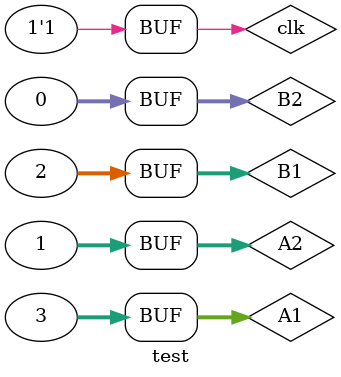
<source format=v>
`timescale 1ns / 1ps


module test;

	// Inputs
	reg [31:0] A1;
	reg [31:0] A2;
	reg [31:0] B1;
	reg [31:0] B2;
	reg clk;

	// Outputs
	wire [31:0] C;

	// Instantiate the Unit Under Test (UUT)
	pipeline uut (
		.A1(A1), 
		.A2(A2), 
		.B1(B1), 
		.B2(B2), 
		.clk(clk), 
		.C(C)
	);

	initial begin
		// Initialize Inputs
		A1 = 0;
		A2 = 0;
		B1 = 0;
		B2 = 0;
		clk = 0;

		// Wait 100 ns for global reset to finish
		#100;
        
		// Add stimulus here
		A1=0;
		B1=1;
		A2=2;
		B2=3;
		clk=1;
		#10;
		clk=0;
		A1=3;
		B1=2;
		A2=1;
		B2=0;
		
		#10;
clk=1;
	end
      
endmodule


</source>
